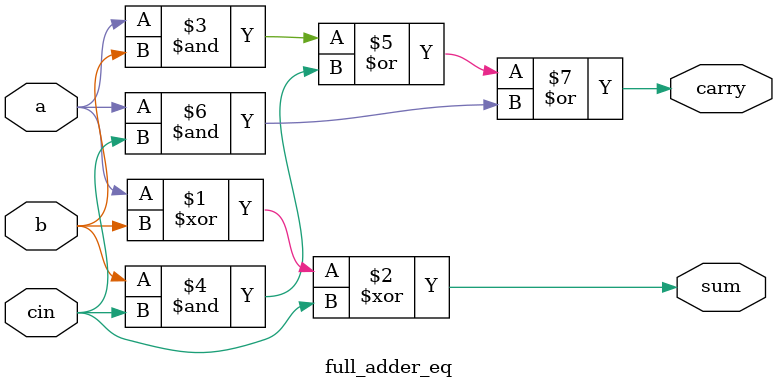
<source format=v>
`timescale 1ns / 1ps
module full_adder_eq(
    input  a,
    input  b,
    input  cin,
    output sum,
    output carry
);
assign sum   = a ^ b ^ cin;
assign carry = (a & b) | (b & cin) | (a & cin);
endmodule

</source>
